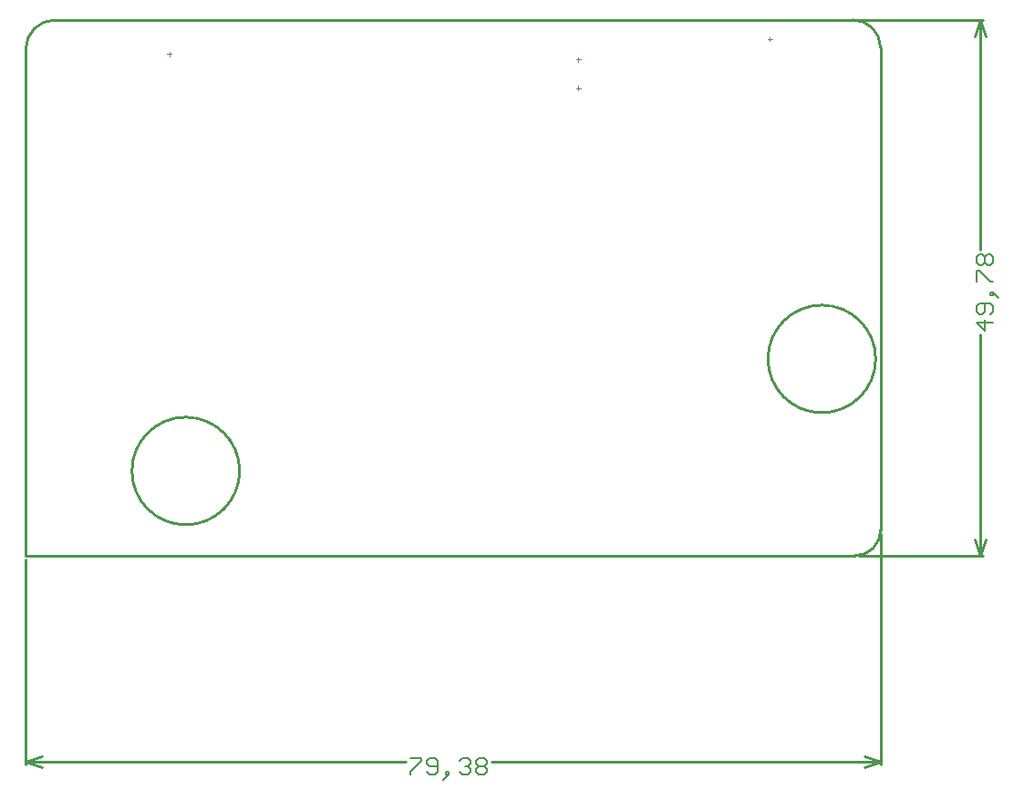
<source format=gm1>
%FSLAX42Y42*%
%MOMM*%
G71*
G01*
G75*
G04 Layer_Color=16711935*
%ADD10C,0.30*%
%ADD11C,1.30*%
%ADD12R,0.90X1.55*%
%ADD13R,1.55X0.90*%
%ADD14R,1.50X1.50*%
%ADD15O,2.40X0.35*%
%ADD16R,1.00X1.70*%
%ADD17R,1.70X1.00*%
%ADD18R,2.10X1.40*%
%ADD19O,1.75X0.55*%
%ADD20O,0.55X1.75*%
%ADD21R,2.35X0.50*%
%ADD22R,2.50X2.35*%
%ADD23R,1.50X1.50*%
%ADD24C,6.50*%
%ADD25C,1.50*%
%ADD26R,1.57X1.57*%
%ADD27C,1.57*%
%ADD28R,1.57X1.57*%
%ADD29C,2.50*%
%ADD30R,2.50X2.50*%
%ADD31R,1.30X1.30*%
%ADD32C,1.30*%
%ADD33R,2.50X2.50*%
%ADD34C,1.40*%
%ADD35R,2.50X1.80*%
%ADD36O,2.50X1.80*%
%ADD37C,1.27*%
%ADD38C,0.80*%
%ADD39C,0.25*%
%ADD40C,0.60*%
%ADD41C,0.25*%
%ADD42C,0.15*%
%ADD43C,0.20*%
%ADD44C,0.30*%
%ADD45R,1.90X0.80*%
%ADD46R,1.10X1.75*%
%ADD47R,1.75X1.10*%
%ADD48R,1.70X1.70*%
%ADD49O,2.60X0.55*%
%ADD50R,1.20X1.90*%
%ADD51R,1.90X1.20*%
%ADD52R,2.30X1.60*%
%ADD53O,1.95X0.75*%
%ADD54O,0.75X1.95*%
%ADD55R,2.55X0.70*%
%ADD56R,2.70X2.55*%
%ADD57R,1.70X1.70*%
%ADD58C,6.70*%
%ADD59C,1.70*%
%ADD60R,1.78X1.78*%
%ADD61C,1.78*%
%ADD62R,1.78X1.78*%
%ADD63C,2.70*%
%ADD64R,2.70X2.70*%
%ADD65R,1.50X1.50*%
%ADD66C,1.50*%
%ADD67R,2.70X2.70*%
%ADD68C,1.60*%
%ADD69R,2.70X2.00*%
%ADD70O,2.70X2.00*%
%ADD71C,1.47*%
%ADD72C,0.10*%
%ADD73C,0.15*%
D41*
X13479Y9411D02*
G03*
X13479Y9411I-500J0D01*
G01*
X19385Y10452D02*
G03*
X19385Y10452I-500J0D01*
G01*
X19193Y8623D02*
G03*
X19431Y8861I0J238D01*
G01*
Y13343D02*
G03*
X19172Y13602I-259J0D01*
G01*
X11766D02*
G03*
X11493Y13329I0J-273D01*
G01*
X19431Y6680D02*
Y8823D01*
X11493Y6680D02*
Y8585D01*
X15818Y6706D02*
X19431D01*
X11493D02*
X15025D01*
X19279Y6756D02*
X19431Y6706D01*
X19279Y6655D02*
X19431Y6706D01*
X11493D02*
X11646Y6655D01*
X11493Y6706D02*
X11646Y6756D01*
X19210Y13602D02*
X20384D01*
X19231Y8623D02*
X20384D01*
X20358Y11468D02*
Y13602D01*
Y8623D02*
Y10676D01*
X20307Y13449D02*
X20358Y13602D01*
X20409Y13449D01*
X20358Y8623D02*
X20409Y8776D01*
X20307D02*
X20358Y8623D01*
X11493D02*
X19193D01*
X19431Y8861D02*
Y13343D01*
X11766Y13602D02*
X19172D01*
X11493Y8623D02*
Y13329D01*
D72*
X18402Y13404D02*
Y13444D01*
X18382Y13424D02*
X18422D01*
X16624Y13213D02*
Y13253D01*
X16604Y13233D02*
X16644D01*
X16624Y12947D02*
Y12987D01*
X16604Y12967D02*
X16644D01*
X12807Y13284D02*
X12847D01*
X12827Y13264D02*
Y13304D01*
D73*
X15066Y6741D02*
X15168D01*
Y6716D01*
X15066Y6614D01*
Y6589D01*
X15218Y6614D02*
X15244Y6589D01*
X15295D01*
X15320Y6614D01*
Y6716D01*
X15295Y6741D01*
X15244D01*
X15218Y6716D01*
Y6690D01*
X15244Y6665D01*
X15320D01*
X15396Y6563D02*
X15422Y6589D01*
Y6614D01*
X15396D01*
Y6589D01*
X15422D01*
X15396Y6563D01*
X15371Y6538D01*
X15523Y6716D02*
X15549Y6741D01*
X15599D01*
X15625Y6716D01*
Y6690D01*
X15599Y6665D01*
X15574D01*
X15599D01*
X15625Y6640D01*
Y6614D01*
X15599Y6589D01*
X15549D01*
X15523Y6614D01*
X15676Y6716D02*
X15701Y6741D01*
X15752D01*
X15777Y6716D01*
Y6690D01*
X15752Y6665D01*
X15777Y6640D01*
Y6614D01*
X15752Y6589D01*
X15701D01*
X15676Y6614D01*
Y6640D01*
X15701Y6665D01*
X15676Y6690D01*
Y6716D01*
X15701Y6665D02*
X15752D01*
X20475Y10793D02*
X20323D01*
X20399Y10716D01*
Y10818D01*
X20450Y10869D02*
X20475Y10894D01*
Y10945D01*
X20450Y10970D01*
X20348D01*
X20323Y10945D01*
Y10894D01*
X20348Y10869D01*
X20373D01*
X20399Y10894D01*
Y10970D01*
X20500Y11046D02*
X20475Y11072D01*
X20450D01*
Y11046D01*
X20475D01*
Y11072D01*
X20500Y11046D01*
X20526Y11021D01*
X20323Y11173D02*
Y11275D01*
X20348D01*
X20450Y11173D01*
X20475D01*
X20348Y11326D02*
X20323Y11351D01*
Y11402D01*
X20348Y11427D01*
X20373D01*
X20399Y11402D01*
X20424Y11427D01*
X20450D01*
X20475Y11402D01*
Y11351D01*
X20450Y11326D01*
X20424D01*
X20399Y11351D01*
X20373Y11326D01*
X20348D01*
X20399Y11351D02*
Y11402D01*
M02*

</source>
